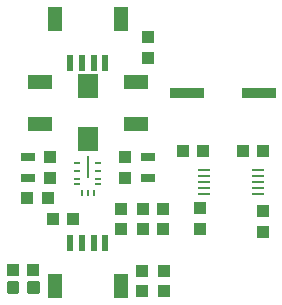
<source format=gtp>
G04 EAGLE Gerber RS-274X export*
G75*
%MOMM*%
%FSLAX34Y34*%
%LPD*%
%INSolderpaste Top*%
%IPPOS*%
%AMOC8*
5,1,8,0,0,1.08239X$1,22.5*%
G01*
%ADD10R,1.200000X2.000000*%
%ADD11R,0.600000X1.350000*%
%ADD12R,1.100000X0.250000*%
%ADD13R,1.100000X1.000000*%
%ADD14R,1.000000X1.100000*%
%ADD15C,0.300000*%
%ADD16R,1.800000X2.000000*%
%ADD17R,0.600000X0.250000*%
%ADD18R,0.250000X0.600000*%
%ADD19R,0.250000X1.824000*%
%ADD20R,2.060000X1.270000*%
%ADD21R,1.200000X0.800000*%
%ADD22R,2.900000X0.900000*%


D10*
X99000Y26750D03*
X155000Y26750D03*
D11*
X112000Y63500D03*
X122000Y63500D03*
X132000Y63500D03*
X142000Y63500D03*
D12*
X225060Y109475D03*
X225060Y114475D03*
X225060Y119475D03*
X225060Y124475D03*
X225060Y104425D03*
X271310Y109475D03*
X271310Y114475D03*
X271310Y119475D03*
X271310Y124475D03*
X271310Y104425D03*
D10*
X155000Y252650D03*
X99000Y252650D03*
D11*
X142000Y215900D03*
X132000Y215900D03*
X122000Y215900D03*
X112000Y215900D03*
D13*
X224400Y140970D03*
X207400Y140970D03*
X258200Y140970D03*
X275200Y140970D03*
D14*
X172720Y39615D03*
X172720Y22615D03*
X191770Y39615D03*
X191770Y22615D03*
X221615Y92320D03*
X221615Y75320D03*
X275590Y89780D03*
X275590Y72780D03*
D13*
X80890Y40640D03*
X63890Y40640D03*
D15*
X77660Y28900D02*
X77660Y21900D01*
X77660Y28900D02*
X84660Y28900D01*
X84660Y21900D01*
X77660Y21900D01*
X77660Y24750D02*
X84660Y24750D01*
X84660Y27600D02*
X77660Y27600D01*
X60120Y28900D02*
X60120Y21900D01*
X60120Y28900D02*
X67120Y28900D01*
X67120Y21900D01*
X60120Y21900D01*
X60120Y24750D02*
X67120Y24750D01*
X67120Y27600D02*
X60120Y27600D01*
D16*
X127000Y150855D03*
X127000Y195855D03*
D13*
X92955Y100965D03*
X75955Y100965D03*
D17*
X118000Y130630D03*
X136000Y130630D03*
X136000Y124130D03*
X118000Y124130D03*
X118000Y117630D03*
X118000Y112630D03*
X136000Y117630D03*
X136000Y112630D03*
D18*
X132000Y105380D03*
X127000Y105380D03*
X122000Y105380D03*
D19*
X127000Y127260D03*
D20*
X167640Y199160D03*
X167640Y164060D03*
X86360Y199160D03*
X86360Y164060D03*
D14*
X177800Y220100D03*
X177800Y237100D03*
X154940Y91685D03*
X154940Y74685D03*
X173355Y74685D03*
X173355Y91685D03*
X190500Y91685D03*
X190500Y74685D03*
D13*
X114545Y83185D03*
X97545Y83185D03*
D21*
X177800Y118000D03*
X177800Y136000D03*
X76200Y118000D03*
X76200Y136000D03*
D14*
X158750Y118500D03*
X158750Y135500D03*
X95250Y118500D03*
X95250Y135500D03*
D22*
X210780Y190500D03*
X271780Y190500D03*
M02*

</source>
